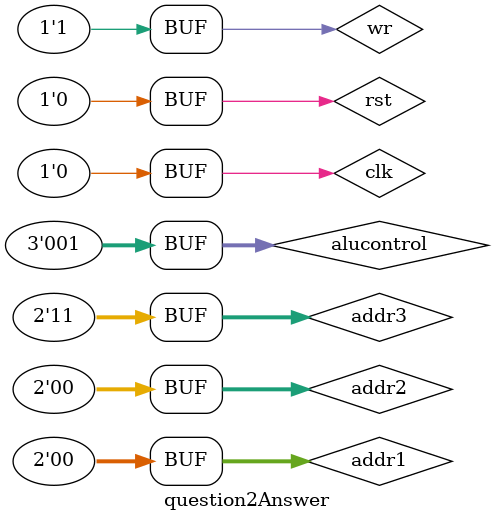
<source format=v>
`include "regfile.v"
`include "soru1.v"

module question2Answer();
    reg [2:0] alucontrol; // ALU kontrol sinyali
    wire [31:0] result; // ALU'nun çıkışı
    wire cout; // Taşıma çıkışı
    wire [31:0] data1, data2; // Register File'dan okunan veriler
    wire [31:0] data3; // Register File'a yazılacak veri
    reg clk, wr, rst; // Saat, yazma işlemi ve reset kontrol sinyalleri
    reg [1:0] addr1, addr2, addr3; // Register File adresleri
    
    // Register File modülünün çağrılması ve bağlantıların yapılması

    regfile regfile (
        .addr1(addr1),
        .addr2(addr2),
        .addr3(addr3),
        .data1(data1),
        .data2(data2),
        .data3(result),
        .clk(clk),
        .wr(wr),
        .rst(rst)
    );

    // ALU modülünün çağrılması ve bağlantıların yapılması
    alu_32bit alu (
        .result(result),
        .cout(cout),
        .a(data1),
        .b(data2),
        .alucontrol(alucontrol)
    );
    
    initial begin
        clk = 0; // Saat sinyali başlangıçta 0
        wr = 1; // Yazma işlemi başlangıçta etkin
        rst = 0; // Reset başlangıçta etkin değil
    end

    // Question 2-a
    initial begin
        // R0 ← R1 + R2
        alucontrol = 3'b000; addr1 = 2'b01; addr2 = 2'b10; #10; // ALU kontrol sinyali, ve Register File adresleri belirlenir
        addr3 = 2'b00; clk = 1; // Register File'da yazma işlemi için saat sinyali yükseltilir
        clk = 0; // Saat sinyali düşürülür
        // R1 ← R2 AND R3
        alucontrol = 3'b010; addr1 = 2'b10; addr2 = 2'b11; #10; 
        addr3 = 2'b01; clk = 1; 
        clk = 0; // Saat sinyali düşürülür
        // R3 ← R2 XOR R0
        alucontrol = 3'b011; addr1 = 2'b10; addr2 = 2'b00; #10; 
        addr3 = 2'b11; clk = 1; 
        clk = 0; 
        // R2 ← R1 - R3 
        alucontrol = 3'b001; addr1 = 2'b01; addr2 = 2'b11; #10; 
        addr3 = 2'b10; clk = 1; 
        clk = 0; 
        #10;

        // Question 2-b
        //  R1 ← 0  =>  R1 ← R1 - R1
        alucontrol = 3'b001; addr1 = 2'b01; addr2 = 2'b01; #10; // ALU kontrol sinyali, ve Register File adresleri belirlenir
        addr3 = 2'b01; clk = 1; // Register File'da yazma işlemi için saat sinyali yükseltilir
        clk = 0; // Saat sinyali düşürülür
        // R0 ← -1  => R1 - R3
        alucontrol = 3'b001; addr1 = 2'b01; addr2 = 2'b11; #10; 
        addr3 = 2'b00; clk = 1; 
        clk = 0; 
        // R2 ← R1 – 1 => R2 ← R1 + R0
        alucontrol = 3'b000; addr1 = 2'b01; addr2 = 2'b00; #10; 
        addr3 = 2'b10; clk = 1; 
        clk = 0; 
        //  R3 ← R0 + 1 => R3 ← R0 - R0
        alucontrol = 3'b001; addr1 = 2'b00; addr2 = 2'b00; #10; 
        addr3 = 2'b11; clk = 1; 
        clk = 0; 
        #10;
    end
    
    // Sonuçların gösterilmesi için izleme
    initial begin
        $monitor("result = %b, a = %b, b = %b, Time = %t", result, alu.a, alu.b, $time);
    end

    // VCD dosyasına veri yazmak için
    initial begin
        $dumpfile("Soru2.vcd");
        $dumpvars(0, Soru2);
    end

endmodule

</source>
